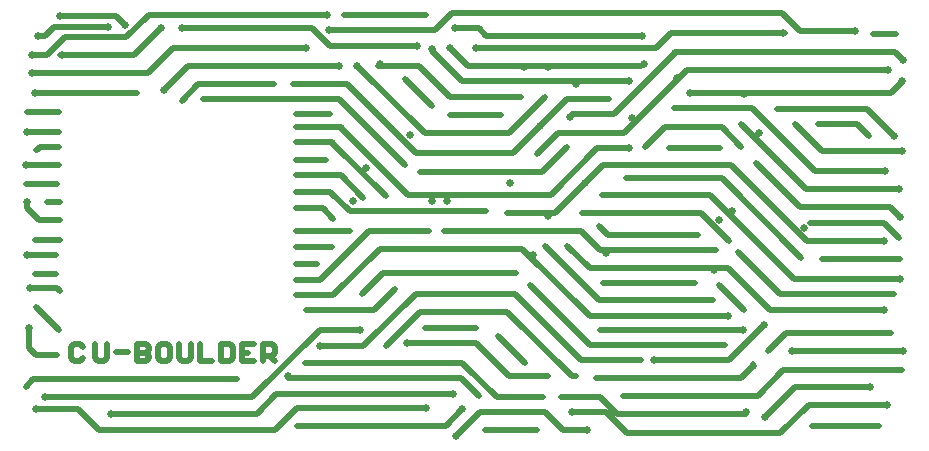
<source format=gtl>
G04*
G04 #@! TF.GenerationSoftware,Altium Limited,Altium Designer,24.1.2 (44)*
G04*
G04 Layer_Physical_Order=1*
G04 Layer_Color=255*
%FSLAX25Y25*%
%MOIN*%
G70*
G04*
G04 #@! TF.SameCoordinates,BA2A6252-B6BC-40F5-9E12-03139480D726*
G04*
G04*
G04 #@! TF.FilePolarity,Positive*
G04*
G01*
G75*
%ADD14C,0.02000*%
%ADD15C,0.02500*%
D14*
X185500Y11500D02*
X197000D01*
X204000Y4500D02*
X255000D01*
X197000Y11500D02*
X204000Y4500D01*
X260000Y20000D02*
X285000D01*
X250000Y10000D02*
X260000Y20000D01*
X259000Y32000D02*
X295943D01*
X235500Y89500D02*
X262000Y63000D01*
X235000Y89500D02*
X235500D01*
X263500Y86000D02*
X294500D01*
X224000Y125500D02*
X291000D01*
X293365Y131500D02*
X295865Y129000D01*
X291075Y131500D02*
X293365D01*
X220000D02*
X291075D01*
X295865Y129000D02*
X296000D01*
X261500Y138500D02*
X280000D01*
X130500Y34500D02*
X153500D01*
X164500Y23500D01*
X177500D01*
X157000Y137000D02*
X209000D01*
X145000Y133000D02*
X151000Y127000D01*
X152000D01*
X105000Y133500D02*
X134000D01*
X104500Y134000D02*
X105000Y133500D01*
X52500Y133000D02*
X97000D01*
X7000Y12500D02*
X21000D01*
X28000Y5500D01*
X10000Y16500D02*
X79000D01*
X101500Y39000D01*
X5000Y53000D02*
X14000D01*
X15000Y52000D01*
X4000Y79500D02*
Y81500D01*
Y79500D02*
X8000Y75500D01*
X6500Y118000D02*
X40500D01*
X4000Y105000D02*
X14500D01*
X49500Y119000D02*
X57500Y127000D01*
X108000D01*
X13000Y140000D02*
X31000D01*
X15000Y143500D02*
X32075D01*
X36490Y140500D02*
X36500D01*
X32075Y143500D02*
X33490D01*
X36490Y140500D01*
X5500Y124500D02*
X44000D01*
X44500Y125000D01*
X189000Y78000D02*
X228500D01*
X238000Y68500D01*
X143500Y7000D02*
X149000Y12500D01*
X94000Y7000D02*
X143500D01*
X94000Y13000D02*
X137000D01*
X90500Y9500D02*
X94000Y13000D01*
X80500Y11000D02*
X87000Y17500D01*
X146000D01*
X182500Y5500D02*
X190500D01*
X160500Y16500D02*
X176000D01*
X149997Y27003D02*
X160500Y16500D01*
X149997Y27003D02*
X149997D01*
X195000Y65500D02*
X233500D01*
X259500Y56000D02*
X295000D01*
X269000Y98500D02*
X295500D01*
X268000Y99500D02*
X269000Y98500D01*
X264500Y14000D02*
X290500D01*
X203500Y89500D02*
X235000D01*
X4000Y111500D02*
X14500D01*
X178500Y84000D02*
X194000Y99500D01*
X205000D01*
X164000Y78000D02*
X180000D01*
X196000Y94000D02*
X238500D01*
X180000Y78000D02*
X196000Y94000D01*
X101500Y39000D02*
X115000D01*
X4500Y33000D02*
X7000Y30500D01*
X14000D01*
X4500Y33000D02*
Y39000D01*
X3500Y20000D02*
X6000Y22500D01*
X74000D01*
X32000Y11000D02*
X80500D01*
X93500Y50500D02*
X106000D01*
X93500Y66500D02*
X105500D01*
X93500Y111000D02*
X105000D01*
X93500Y95500D02*
X103500D01*
X93500Y85000D02*
X105000D01*
X93500Y79500D02*
X102500D01*
X93500Y55500D02*
X101500D01*
X106000Y60000D01*
X6500Y69000D02*
X15000D01*
X3500Y87500D02*
X14000D01*
X7000Y99000D02*
X7135D01*
X8135Y100000D02*
X14500D01*
X7135Y99000D02*
X8135Y100000D01*
X3500Y94000D02*
X14500D01*
X55445Y115445D02*
X61000Y121000D01*
X86199D01*
X93500Y72000D02*
X111500D01*
X6500Y57500D02*
X13500D01*
X255000Y4500D02*
X264500Y14000D01*
X266500Y92000D02*
X290000D01*
X247000Y94500D02*
X261500Y80000D01*
X291500D02*
X295000Y76500D01*
X261500Y80000D02*
X291500D01*
X265000Y74500D02*
X289500D01*
X294500Y69500D01*
X156500Y5500D02*
X174000D01*
X7500Y137000D02*
X10000D01*
X13000Y140000D01*
X109500Y144000D02*
X137000D01*
X185500Y111000D02*
X199000D01*
X199500D01*
X219500Y131000D01*
X220000Y131500D01*
X286000Y137500D02*
X293500D01*
X260000Y107500D02*
X268000Y99500D01*
X281497Y106503D02*
X284500Y103500D01*
X281497Y106503D02*
X281497D01*
X280500Y107500D02*
X281497Y106503D01*
X267500Y107500D02*
X280500D01*
X269000Y62500D02*
X295000D01*
X242000Y107500D02*
X263500Y86000D01*
X252500Y106000D02*
X266500Y92000D01*
X245500Y113000D02*
X252500Y106000D01*
X219500Y113000D02*
X245500D01*
X284000Y112500D02*
X293000Y103500D01*
X254000Y112500D02*
X284000D01*
X225000Y118000D02*
X287500D01*
X292000D01*
X295500Y121500D01*
X203000Y104500D02*
X224000Y125500D01*
X202000Y104500D02*
X203000D01*
X181000D02*
X202000D01*
X174000Y97500D02*
X181000Y104500D01*
X235500Y106500D02*
X242000Y100000D01*
X216500Y106500D02*
X235500D01*
X210000Y100000D02*
X216500Y106500D01*
X218000Y99500D02*
X235000D01*
X195500Y84000D02*
X231500D01*
X259500Y56000D01*
X255000Y51000D02*
X293000D01*
X241000Y65000D02*
X255000Y51000D01*
X265000Y68500D02*
X289500D01*
X264000D02*
X265000D01*
X238500Y94000D02*
X264000Y68500D01*
X232000Y49000D02*
X232500D01*
X194500D02*
X232000D01*
X176500Y67000D02*
X194500Y49000D01*
X195000Y39000D02*
X242500D01*
X191500Y34000D02*
X236500D01*
X191000Y34500D02*
X191500Y34000D01*
X171500Y54000D02*
X191000Y34500D01*
X238000Y29000D02*
X249500Y40500D01*
X213500Y29000D02*
X238000D01*
X234500Y54000D02*
X243000Y45500D01*
X196000Y54500D02*
X226500D01*
X184000Y67000D02*
X191500Y59500D01*
X236500D01*
X237500D01*
X251500Y45500D01*
X289500D01*
X257500Y38000D02*
X292000D01*
X257000D02*
X257500D01*
X251000Y32000D02*
X257000Y38000D01*
X246000Y27000D02*
Y27500D01*
X244500Y25500D02*
X246000Y27000D01*
X242000Y23000D02*
X244500Y25500D01*
X193500Y23000D02*
X242000D01*
X185500Y23500D02*
X187000D01*
X164000Y45000D02*
X185500Y23500D01*
X163000Y45000D02*
X164000D01*
X135000D02*
X163000D01*
X123500Y33500D02*
X135000Y45000D01*
X256000Y25500D02*
X295500D01*
X247500Y17000D02*
X256000Y25500D01*
X202500Y17000D02*
X247500D01*
X176500Y11500D02*
X182500Y5500D01*
X158000Y11500D02*
X176500D01*
X155000D02*
X158000D01*
X147000Y3500D02*
X155000Y11500D01*
X265500Y7000D02*
X288000D01*
X148500Y23000D02*
X154500Y17000D01*
X91000Y23000D02*
X148500D01*
X200500Y11000D02*
X243500D01*
X195000Y16500D02*
X200500Y11000D01*
X182000Y16500D02*
X195000D01*
X149000Y28000D02*
X149997Y27003D01*
X96500Y28000D02*
X149000D01*
X188500Y29000D02*
X208500D01*
X166500Y51000D02*
X188500Y29000D01*
X133500Y51000D02*
X166500D01*
X117000Y34500D02*
X133500Y51000D01*
X116000Y33500D02*
X117000Y34500D01*
X102000Y33500D02*
X116000D01*
X161000Y37000D02*
X170000Y28000D01*
X136500Y39500D02*
X153500D01*
X123500Y58000D02*
X167000D01*
X122500D02*
X123500D01*
X115500Y51000D02*
X122500Y58000D01*
X121500Y66000D02*
X169000D01*
X106000Y50500D02*
X121500Y66000D01*
X191500Y43500D02*
X237500D01*
X169000Y66000D02*
X191500Y43500D01*
X218500Y138000D02*
X256500D01*
X213500Y133000D02*
X218500Y138000D01*
X153500Y133000D02*
X213500D01*
X152000Y127000D02*
X208500D01*
X154500Y139500D02*
X157000Y137000D01*
X146500Y139500D02*
X154500D01*
X255500Y144500D02*
X261500Y138500D01*
X145500Y144500D02*
X255500D01*
X140000Y139000D02*
X145500Y144500D01*
X104500Y139000D02*
X140000D01*
X44500Y144000D02*
X104000D01*
X37000Y136500D02*
X44500Y144000D01*
X16500Y136500D02*
X37000D01*
X10500Y130500D02*
X16500Y136500D01*
X6500Y130500D02*
X10500D01*
X149000Y122000D02*
X204000D01*
X139000Y132000D02*
X149000Y122000D01*
X145000Y110500D02*
X162000D01*
X145000Y116500D02*
X168500D01*
X135000Y126500D02*
X145000Y116500D01*
X134500Y127000D02*
X135000Y126500D01*
X121000Y127000D02*
X134500D01*
X130000Y122500D02*
X139000Y113500D01*
X164500Y104500D02*
X176500Y116500D01*
X136500Y104500D02*
X164500D01*
X114000Y127000D02*
X136500Y104500D01*
X175500Y91500D02*
X184000Y100000D01*
X135000Y91500D02*
X175500D01*
X111500Y78500D02*
X157000D01*
X105000Y85000D02*
X111500Y78500D01*
X4000Y64000D02*
X13500D01*
X102500Y79500D02*
X106000Y76000D01*
X108500Y90500D02*
X116000Y83000D01*
X93500Y90500D02*
X108500D01*
X106000Y101000D02*
X123500Y83500D01*
X105500Y101500D02*
X106000Y101000D01*
X93500Y101500D02*
X105500D01*
X86500Y5500D02*
X90500Y9500D01*
X28000Y5500D02*
X86500D01*
X119500Y45500D02*
X126500Y52500D01*
X97000Y45500D02*
X119500D01*
X131500Y84000D02*
X178500D01*
X131000D02*
X131500D01*
X109000Y106000D02*
X131000Y84000D01*
X108500Y106500D02*
X109000Y106000D01*
X93500Y106500D02*
X108500D01*
X7000Y46500D02*
X14500Y39000D01*
X194500Y73500D02*
X197500Y70500D01*
X227500D01*
X188500Y72000D02*
X195000Y65500D01*
X143000Y72000D02*
X188500D01*
X118000D02*
X138000D01*
X106000Y60000D02*
X118000Y72000D01*
X10500Y81500D02*
X15000D01*
X8000Y75500D02*
X15000D01*
X93500Y61000D02*
X100500D01*
X108000Y116000D02*
X130000Y94000D01*
X62500Y116000D02*
X108000D01*
X184000D02*
X198000D01*
X166000Y98000D02*
X184000Y116000D01*
X135500Y98000D02*
X166000D01*
X133500D02*
X135500D01*
X111000Y120500D02*
X133500Y98000D01*
X110500Y121000D02*
X111000Y120500D01*
X92500Y121000D02*
X110500D01*
X99000Y139500D02*
X104500Y134000D01*
X55500Y139500D02*
X99000D01*
X44500Y125000D02*
X52500Y133000D01*
X39500Y130500D02*
X48500Y139500D01*
X15000Y130500D02*
X39500D01*
X61500Y34498D02*
Y28500D01*
X65499D01*
X33500Y31500D02*
X37499D01*
X40500Y34498D02*
Y28500D01*
X43499D01*
X44499Y29500D01*
Y30499D01*
X43499Y31499D01*
X40500D01*
X43499D01*
X44499Y32499D01*
Y33498D01*
X43499Y34498D01*
X40500D01*
X50499D02*
X48500D01*
X47500Y33498D01*
Y29500D01*
X48500Y28500D01*
X50499D01*
X51499Y29500D01*
Y33498D01*
X50499Y34498D01*
X54500D02*
Y29500D01*
X55500Y28500D01*
X57499D01*
X58499Y29500D01*
Y34498D01*
X68500D02*
Y28500D01*
X71499D01*
X72499Y29500D01*
Y33498D01*
X71499Y34498D01*
X68500D01*
X79499D02*
X75500D01*
Y28500D01*
X79499D01*
X75500Y31499D02*
X77499D01*
X82500Y28500D02*
Y34498D01*
X85499D01*
X86499Y33498D01*
Y31499D01*
X85499Y30499D01*
X82500D01*
X84499D02*
X86499Y28500D01*
X22499Y33498D02*
X21499Y34498D01*
X19500D01*
X18500Y33498D01*
Y29500D01*
X19500Y28500D01*
X21499D01*
X22499Y29500D01*
X26500Y34498D02*
Y29500D01*
X27500Y28500D01*
X29499D01*
X30499Y29500D01*
Y34498D01*
D15*
X209500Y127500D02*
D03*
X250000Y10000D02*
D03*
X259000Y32000D02*
D03*
X263000Y73000D02*
D03*
X294500Y86000D02*
D03*
X291000Y125500D02*
D03*
X296000Y129000D02*
D03*
X280000Y138500D02*
D03*
X130500Y34500D02*
D03*
X209000Y137000D02*
D03*
X145000Y133000D02*
D03*
X134000Y133500D02*
D03*
X97000Y133000D02*
D03*
X7000Y12500D02*
D03*
X10000Y16500D02*
D03*
X5000Y53000D02*
D03*
X4000Y81500D02*
D03*
X6500Y118000D02*
D03*
X4000Y105000D02*
D03*
X49500Y119000D02*
D03*
X31000Y140000D02*
D03*
X36500Y140500D02*
D03*
X5500Y124500D02*
D03*
X190000Y88000D02*
D03*
X149000Y12500D02*
D03*
X137000Y13000D02*
D03*
X146000Y17500D02*
D03*
X190500Y5500D02*
D03*
X234500Y75500D02*
D03*
X239000Y78500D02*
D03*
X295000Y56000D02*
D03*
X295500Y98500D02*
D03*
X290500Y14000D02*
D03*
X285000Y20000D02*
D03*
X289500Y45500D02*
D03*
X177500Y77000D02*
D03*
X197000Y64500D02*
D03*
X237500Y43500D02*
D03*
X172500Y64000D02*
D03*
X115000Y39000D02*
D03*
X101500Y33500D02*
D03*
X213000Y29000D02*
D03*
X249500Y40500D02*
D03*
X242500Y39000D02*
D03*
X233000Y59000D02*
D03*
X165000Y88000D02*
D03*
X205500Y109500D02*
D03*
X185000Y110000D02*
D03*
X131500Y104000D02*
D03*
X112500Y82000D02*
D03*
X117000Y93000D02*
D03*
X139000Y82000D02*
D03*
X144000D02*
D03*
X204500Y99500D02*
D03*
X289500Y68500D02*
D03*
X295000Y76500D02*
D03*
X248000Y104500D02*
D03*
X243000Y117500D02*
D03*
X293000Y103500D02*
D03*
X290000Y92000D02*
D03*
X220500Y123000D02*
D03*
X295500Y122000D02*
D03*
X225000Y118000D02*
D03*
X175000Y107000D02*
D03*
X187000Y121000D02*
D03*
X146500Y139500D02*
D03*
X121500Y127500D02*
D03*
X169500Y126500D02*
D03*
X177500D02*
D03*
X114000Y127000D02*
D03*
X108000D02*
D03*
X185500Y11500D02*
D03*
X296000Y32000D02*
D03*
X246000Y27000D02*
D03*
X91000Y23500D02*
D03*
X32000Y11000D02*
D03*
X243500Y11500D02*
D03*
X147000Y3500D02*
D03*
X4500Y39500D02*
D03*
X4000Y64000D02*
D03*
X3500Y94000D02*
D03*
X204500Y122000D02*
D03*
X139000Y132500D02*
D03*
X256000Y138000D02*
D03*
X153500Y133000D02*
D03*
X104500Y139000D02*
D03*
X55500Y139500D02*
D03*
X48500D02*
D03*
X15500Y130500D02*
D03*
X104000Y144000D02*
D03*
X5500Y130500D02*
D03*
X7500Y137000D02*
D03*
X15000Y143500D02*
D03*
M02*

</source>
